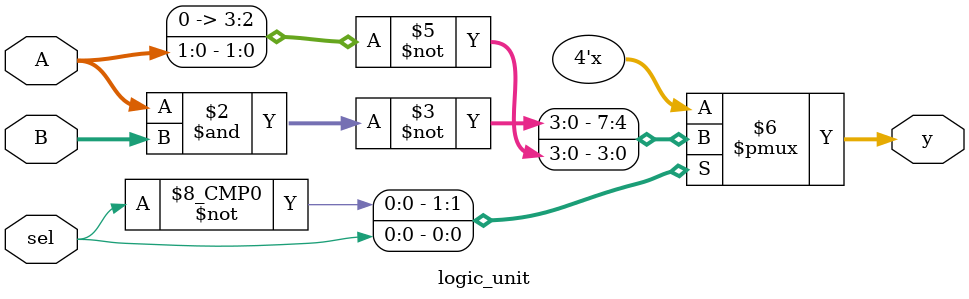
<source format=v>
`timescale 1ns / 1ps
module logic_unit(A, B, sel, y
    );
	 input [1:0] A;
	 input [1:0] B;
	 input sel;
	 output [3:0] y;
	 reg [3:0] y;
	 
	 always @ (A or B or sel)
	 case (sel)
		1'b0: y = ~(A & B);
		1'b1: y = ~A;
	 endcase


endmodule

</source>
